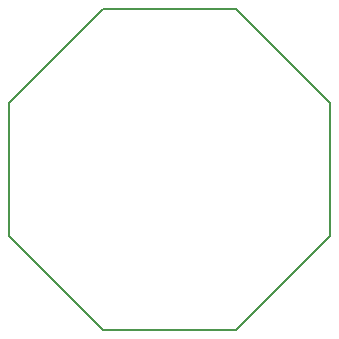
<source format=gbr>
G04 #@! TF.GenerationSoftware,KiCad,Pcbnew,(5.0.0)*
G04 #@! TF.CreationDate,2019-03-24T09:47:22+01:00*
G04 #@! TF.ProjectId,photoDiode_MDversion1.2,70686F746F44696F64655F4D44766572,rev?*
G04 #@! TF.SameCoordinates,Original*
G04 #@! TF.FileFunction,Profile,NP*
%FSLAX46Y46*%
G04 Gerber Fmt 4.6, Leading zero omitted, Abs format (unit mm)*
G04 Created by KiCad (PCBNEW (5.0.0)) date 03/24/19 09:47:22*
%MOMM*%
%LPD*%
G01*
G04 APERTURE LIST*
%ADD10C,0.200000*%
G04 APERTURE END LIST*
D10*
X155624950Y-108579832D02*
X163579832Y-100624950D01*
X155624950Y-81420168D02*
X144375050Y-81420168D01*
X163579832Y-89375050D02*
X155624950Y-81420168D01*
X163579832Y-100624950D02*
X163579832Y-89375050D01*
X144375050Y-108579832D02*
X155624950Y-108579832D01*
X136420168Y-89375050D02*
X136420168Y-100624950D01*
X136420168Y-100624950D02*
X144375050Y-108579832D01*
X144375050Y-81420168D02*
X136420168Y-89375050D01*
M02*

</source>
